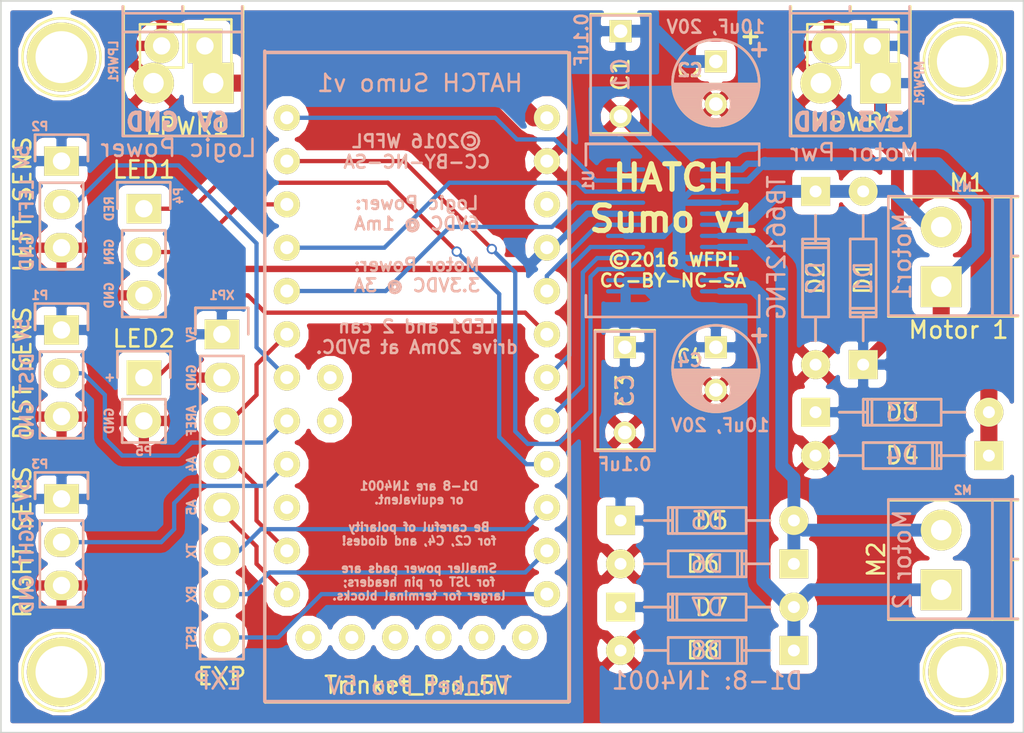
<source format=kicad_pcb>
(kicad_pcb (version 4) (host pcbnew 4.0.2-stable)
  (layers (0 F.Cu signal hide) (31 B.Cu signal) (34 B.Paste user hide) (35 F.Paste user hide) (36 B.SilkS user) (37 F.SilkS user hide) (38 B.Mask user hide) (39 F.Mask user hide) (44 Edge.Cuts user))
  (net 0 "")
  (net 1 V_MOTOR)
  (net 2 GND_LOGIC)
  (net 3 A02)
  (net 4 A01)
  (net 5 B02)
  (net 6 B01)
  (net 7 LED2)
  (net 8 PWMA)
  (net 9 PWMB)
  (net 10 AIN2)
  (net 11 AIN1)
  (net 12 "Net-(J1-Pad26)")
  (net 13 "Net-(J1-Pad27)")
  (net 14 V_BAT)
  (net 15 "Net-(J1-Pad15)")
  (net 16 V_LOGIC)
  (net 17 STBY)
  (net 18 LED1_GREEN)
  (net 19 LED1_RED)
  (net 20 BIN1)
  (net 21 BIN2)
  (net 22 "Net-(J1-Pad33)")
  (net 23 "Net-(J1-Pad32)")
  (net 24 "Net-(J1-Pad31)")
  (net 25 "Net-(J1-Pad30)")
  (net 26 "Net-(J1-Pad29)")
  (net 27 "Net-(J1-Pad28)")
  (net 28 SENS_DIST)
  (net 29 SENS_LEFT)
  (net 30 SENS_RIGHT)
  (net 31 AREF)
  (net 32 A4)
  (net 33 A5)
  (net 34 TX)
  (net 35 RX)
  (net 36 RST)
  (net 37 "Net-(J1-Pad23)")
  (module Capacitors_ThroughHole:C_Rect_L7_W3.5_P5 (layer B.Cu) (at 147.828 122.174 90)
    (fp_text reference C3 (at 2.54 0 90) (layer B.SilkS) (effects (justify mirror)))
    (fp_text value 0.1uF (at -1.778 0 180) (layer B.SilkS) (effects (font (size 0.75 0.75)) (justify mirror)))
  )
  (module Capacitors_ThroughHole:C_Rect_L7_W3.5_P5 (layer B.Cu) (at 147.574 103.632 90)
    (fp_text reference C1 (at 2.54 0 90) (layer B.SilkS) (effects (justify mirror)))
    (fp_text value 0.1uF (at 4.572 -2.286 90) (layer B.SilkS) (effects (font (size 0.75 0.75)) (justify mirror)))
  )
  (module Diodes_ThroughHole:Diode_DO-35_SOD27_Horizontal_RM10 (layer B.Cu) (at 157.734 129.794 180)
    (fp_text reference D6 (at 5.08 0 180) (layer B.SilkS) (effects (justify mirror)))
    (fp_text value "" (at 5.08 1.27 180) (layer B.SilkS) (effects (justify mirror)))
  )
  (module Pin_Headers:Pin_Header_Straight_1x08 (layer B.Cu) (at 124.206 116.332 180)
    (fp_text reference XP1 (at 0 2.286 180) (layer B.SilkS) (effects (font (size 0.5 0.5) (thickness 0.125)) (justify mirror)))
    (fp_text value EXP (at 0.254 -20.32 180) (layer B.SilkS) (effects (justify mirror)))
  )
  (module Pin_Headers:Pin_Header_Straight_1x03 (layer B.Cu) (at 119.634 108.966 180)
    (fp_text reference P4 (at -2.032 0.762 270) (layer B.SilkS) (effects (font (size 0.5 0.5) (thickness 0.125)) (justify mirror)))
    (fp_text value "" (at 0 2.286 180) (layer B.SilkS) (effects (justify mirror)))
  )
  (module Pin_Headers:Pin_Header_Straight_1x02 (layer B.Cu) (at 119.634 118.872 180)
    (fp_text reference P5 (at 0 -4.318 180) (layer B.SilkS) (effects (font (size 0.5 0.5) (thickness 0.125)) (justify mirror)))
    (fp_text value "")
  )
  (module Terminal_Blocks:TerminalBlock_Pheonix_PT-3.5mm_2pol (layer B.Cu) (at 166.37 127.762 270)
    (fp_text reference M2 (at -2.286 -1.27 360) (layer B.SilkS) (effects (font (size 0.5 0.5) (thickness 0.125)) (justify mirror)))
    (fp_text value "")
  )
  (module Terminal_Blocks:TerminalBlock_Pheonix_PT-3.5mm_2pol (layer B.Cu) (at 159.258 101.6)
    (fp_text reference MPWR1 (at 5.842 0 90) (layer B.SilkS) (effects (font (size 0.5 0.5) (thickness 0.125)) (justify mirror)))
    (fp_text value "Motor Power")
  )
  (module Terminal_Blocks:TerminalBlock_Pheonix_PT-3.5mm_2pol (layer B.Cu) (at 166.37 109.982 270)
    (fp_text reference M1 (at -2.286 -1.27 360) (layer B.SilkS) (effects (font (size 0.5 0.5) (thickness 0.125)) (justify mirror)))
    (fp_text value Motor1 (at 1.778 2.286 270) (layer B.SilkS) (effects (justify mirror)))
  )
  (module Terminal_Blocks:TerminalBlock_Pheonix_PT-3.5mm_2pol (layer B.Cu) (at 120.142 101.6)
    (fp_text reference LPWR1 (at -2.286 -1.27 90) (layer B.SilkS) (effects (font (size 0.5 0.5) (thickness 0.125)) (justify mirror)))
    (fp_text value "Logic Power")
  )
  (module Pin_Headers:Pin_Header_Straight_1x03 (layer B.Cu) (at 114.808 125.984 180)
    (fp_text reference P3 (at 1.27 2.032 180) (layer B.SilkS) (effects (font (size 0.5 0.5) (thickness 0.125)) (justify mirror)))
    (fp_text value "" (at -2.286 -2.54 270) (layer B.SilkS) (effects (justify mirror)))
  )
  (module Pin_Headers:Pin_Header_Straight_1x03 (layer B.Cu) (at 114.808 116.078 180)
    (fp_text reference P1 (at 1.27 2.032 180) (layer B.SilkS) (effects (font (size 0.5 0.5) (thickness 0.125)) (justify mirror)))
    (fp_text value "" (at -2.286 -2.54 270) (layer B.SilkS) (effects (justify mirror)))
  )
  (module Pin_Headers:Pin_Header_Straight_1x03 (layer B.Cu) (at 114.808 106.172 180)
    (fp_text reference P2 (at 1.27 2.032 180) (layer B.SilkS) (effects (font (size 0.5 0.5) (thickness 0.125)) (justify mirror)))
    (fp_text value "" (at -2.286 -2.54 270) (layer B.SilkS) (effects (justify mirror)))
  )
  (module Capacitors_ThroughHole:C_Radial_D5_L6_P2.5 (layer B.Cu) (at 153.162 100.33 270)
    (fp_text reference C2 (at 0.508 1.524 360) (layer B.SilkS) (effects (font (size 0.75 0.75)) (justify mirror)))
    (fp_text value "10uF, 20V" (at -2.032 0 360) (layer B.SilkS) (effects (font (size 0.75 0.75)) (justify mirror)))
  )
  (module Capacitors_ThroughHole:C_Radial_D5_L6_P2.5 (layer B.Cu) (at 153.162 117.094 270)
    (fp_text reference C4 (at 0.762 1.524 360) (layer B.SilkS) (effects (font (size 0.75 0.75)) (justify mirror)))
    (fp_text value "10uF, 20V" (at 4.572 -0.254 360) (layer B.SilkS) (effects (font (size 0.75 0.75)) (justify mirror)))
  )
  (module Diodes_ThroughHole:Diode_DO-35_SOD27_Horizontal_RM10 (layer B.Cu) (at 157.734 134.874 180)
    (fp_text reference D8 (at 5.08 0 180) (layer B.SilkS) (effects (justify mirror)))
    (fp_text value "D1-8: 1N4001" (at 5.08 -1.778 180) (layer B.SilkS) (effects (justify mirror)))
  )
  (module Diodes_ThroughHole:Diode_DO-35_SOD27_Horizontal_RM10 (layer B.Cu) (at 147.574 132.334)
    (fp_text reference D7 (at 5.08 0) (layer B.SilkS) (effects (justify mirror)))
    (fp_text value "" (at 5.08 -1.27) (layer B.SilkS) (effects (justify mirror)))
  )
  (module Diodes_ThroughHole:Diode_DO-35_SOD27_Horizontal_RM10 (layer B.Cu) (at 147.574 127.254)
    (fp_text reference D5 (at 5.08 0) (layer B.SilkS) (effects (justify mirror)))
    (fp_text value "" (at 5.08 -1.27) (layer B.SilkS) (effects (justify mirror)))
  )
  (module Diodes_ThroughHole:Diode_DO-35_SOD27_Horizontal_RM10 (layer B.Cu) (at 169.164 123.444 180)
    (fp_text reference D4 (at 5.08 0 180) (layer B.SilkS) (effects (justify mirror)))
    (fp_text value "" (at 5.08 -1.27 180) (layer B.SilkS) (effects (justify mirror)))
  )
  (module Diodes_ThroughHole:Diode_DO-35_SOD27_Horizontal_RM10 (layer B.Cu) (at 159.004 120.904)
    (fp_text reference D3 (at 5.08 0) (layer B.SilkS) (effects (justify mirror)))
    (fp_text value "" (at 5.08 1.27) (layer B.SilkS) (effects (justify mirror)))
  )
  (module Diodes_ThroughHole:Diode_DO-35_SOD27_Horizontal_RM10 (layer B.Cu) (at 161.798 118.11 90)
    (fp_text reference D1 (at 5.08 0 90) (layer B.SilkS) (effects (justify mirror)))
    (fp_text value "" (at 5.08 1.27 90) (layer B.SilkS) (effects (justify mirror)))
  )
  (module Diodes_ThroughHole:Diode_DO-35_SOD27_Horizontal_RM10 (layer B.Cu) (at 159.004 107.95 270)
    (fp_text reference D2 (at 5.08 0 270) (layer B.SilkS) (effects (justify mirror)))
    (fp_text value "" (at 5.08 -1.27 270) (layer B.SilkS) (effects (justify mirror)))
  )
  (module Connect:1pin (layer F.Cu) (at 114.808 136.144)
    (fp_text reference "" (at 0 -3.048) (layer F.SilkS))
    (fp_text value "")
    (pad "" thru_hole circle (at 0 0) (size 4.064 4.064) (drill 3.048) (layers *.Cu *.Mask F.SilkS))
  )
  (module Connect:1pin (layer F.Cu) (at 167.64 136.144)
    (fp_text reference REF** hide)
    (fp_text value 1pin hide)
    (pad "" thru_hole circle (at 0 0) (size 4.064 4.064) (drill 3.048) (layers *.Cu *.Mask F.SilkS))
  )
  (module Connect:1pin (layer F.Cu) (at 114.808 100.076)
    (fp_text reference "" (at 0 -3.048) (layer F.SilkS))
    (fp_text value "")
    (pad "" thru_hole circle (at 0 0) (size 4.064 4.064) (drill 3.048) (layers *.Cu *.Mask F.SilkS))
  )
  (module Diodes_ThroughHole:Diode_DO-35_SOD27_Horizontal_RM10 (layer F.Cu) (at 161.798 118.11 90)
    (fp_text reference D1 (at 5.08 0 90) (layer F.SilkS))
    (fp_text value "")
    (pad 2 thru_hole circle (at 10.16052 -0.00254 270) (size 1.69926 1.69926) (drill 0.70104) (layers *.Cu *.Mask F.SilkS) (net 3 A02))
    (pad 1 thru_hole rect (at 0.00052 -0.00254 270) (size 1.69926 1.69926) (drill 0.70104) (layers *.Cu *.Mask F.SilkS) (net 1 V_MOTOR))
  )
  (module Diodes_ThroughHole:Diode_DO-35_SOD27_Horizontal_RM10 (layer F.Cu) (at 159.004 107.95 270)
    (fp_text reference D2 (at 5.08 0 270) (layer F.SilkS))
    (fp_text value "")
    (pad 2 thru_hole circle (at 10.16052 -0.00254 90) (size 1.69926 1.69926) (drill 0.70104) (layers *.Cu *.Mask F.SilkS) (net 2 GND_LOGIC))
    (pad 1 thru_hole rect (at 0.00052 -0.00254 90) (size 1.69926 1.69926) (drill 0.70104) (layers *.Cu *.Mask F.SilkS) (net 3 A02))
  )
  (module Diodes_ThroughHole:Diode_DO-35_SOD27_Horizontal_RM10 (layer F.Cu) (at 159.004 120.904)
    (fp_text reference D3 (at 5.08 0) (layer F.SilkS))
    (fp_text value "" (at 5.334 1.27) (layer B.SilkS) (effects (justify mirror)))
    (pad 2 thru_hole circle (at 10.16052 -0.00254 180) (size 1.69926 1.69926) (drill 0.70104) (layers *.Cu *.Mask F.SilkS) (net 4 A01))
    (pad 1 thru_hole rect (at 0.00052 -0.00254 180) (size 1.69926 1.69926) (drill 0.70104) (layers *.Cu *.Mask F.SilkS) (net 1 V_MOTOR))
  )
  (module Diodes_ThroughHole:Diode_DO-35_SOD27_Horizontal_RM10 (layer F.Cu) (at 169.164 123.444 180)
    (fp_text reference D4 (at 5.08 0 180) (layer F.SilkS))
    (fp_text value "")
    (pad 2 thru_hole circle (at 10.16052 -0.00254) (size 1.69926 1.69926) (drill 0.70104) (layers *.Cu *.Mask F.SilkS) (net 2 GND_LOGIC))
    (pad 1 thru_hole rect (at 0.00052 -0.00254) (size 1.69926 1.69926) (drill 0.70104) (layers *.Cu *.Mask F.SilkS) (net 4 A01))
  )
  (module Diodes_ThroughHole:Diode_DO-35_SOD27_Horizontal_RM10 (layer F.Cu) (at 147.574 127.254)
    (fp_text reference D5 (at 5.334 0) (layer F.SilkS))
    (fp_text value "")
    (pad 2 thru_hole circle (at 10.16052 -0.00254 180) (size 1.69926 1.69926) (drill 0.70104) (layers *.Cu *.Mask F.SilkS) (net 5 B02))
    (pad 1 thru_hole rect (at 0.00052 -0.00254 180) (size 1.69926 1.69926) (drill 0.70104) (layers *.Cu *.Mask F.SilkS) (net 1 V_MOTOR))
  )
  (module Diodes_ThroughHole:Diode_DO-35_SOD27_Horizontal_RM10 (layer F.Cu) (at 157.734 129.794 180)
    (fp_text reference D6 (at 5.334 0 180) (layer F.SilkS))
    (fp_text value "")
    (pad 2 thru_hole circle (at 10.16052 -0.00254) (size 1.69926 1.69926) (drill 0.70104) (layers *.Cu *.Mask F.SilkS) (net 2 GND_LOGIC))
    (pad 1 thru_hole rect (at 0.00052 -0.00254) (size 1.69926 1.69926) (drill 0.70104) (layers *.Cu *.Mask F.SilkS) (net 5 B02))
  )
  (module Diodes_ThroughHole:Diode_DO-35_SOD27_Horizontal_RM10 (layer F.Cu) (at 147.574 132.334)
    (fp_text reference D7 (at 5.334 0) (layer F.SilkS))
    (fp_text value "")
    (pad 2 thru_hole circle (at 10.16052 -0.00254 180) (size 1.69926 1.69926) (drill 0.70104) (layers *.Cu *.Mask F.SilkS) (net 6 B01))
    (pad 1 thru_hole rect (at 0.00052 -0.00254 180) (size 1.69926 1.69926) (drill 0.70104) (layers *.Cu *.Mask F.SilkS) (net 1 V_MOTOR))
  )
  (module Diodes_ThroughHole:Diode_DO-35_SOD27_Horizontal_RM10 (layer F.Cu) (at 157.734 134.874 180)
    (fp_text reference D8 (at 5.334 0 180) (layer F.SilkS))
    (fp_text value "")
    (pad 2 thru_hole circle (at 10.16052 -0.00254) (size 1.69926 1.69926) (drill 0.70104) (layers *.Cu *.Mask F.SilkS) (net 2 GND_LOGIC))
    (pad 1 thru_hole rect (at 0.00052 -0.00254) (size 1.69926 1.69926) (drill 0.70104) (layers *.Cu *.Mask F.SilkS) (net 6 B01))
  )
  (module HatchFootprints:Trinket_Pro_5V (layer F.Cu) (at 126.746 99.822)
    (fp_text reference J1 hide)
    (fp_text value Trinket_Pro_5V (at 8.89 37.084) (layer F.SilkS))
    (pad 9 thru_hole circle (at 1.27 3.81) (size 1.524 1.524) (drill 0.762) (layers *.Cu *.Mask F.SilkS) (net 8 PWMA))
    (pad 10 thru_hole circle (at 1.27 6.35) (size 1.524 1.524) (drill 0.762) (layers *.Cu *.Mask F.SilkS) (net 9 PWMB))
    (pad 11 thru_hole circle (at 1.27 8.89) (size 1.524 1.524) (drill 0.762) (layers *.Cu *.Mask F.SilkS) (net 18 LED1_GREEN))
    (pad 12 thru_hole circle (at 1.27 11.43) (size 1.524 1.524) (drill 0.762) (layers *.Cu *.Mask F.SilkS) (net 10 AIN2))
    (pad 13 thru_hole circle (at 1.27 13.97) (size 1.524 1.524) (drill 0.762) (layers *.Cu *.Mask F.SilkS) (net 11 AIN1))
    (pad 19 thru_hole circle (at 1.27 16.51) (size 1.524 1.524) (drill 0.762) (layers *.Cu *.Mask F.SilkS) (net 31 AREF))
    (pad 20 thru_hole circle (at 1.27 19.05) (size 1.524 1.524) (drill 0.762) (layers *.Cu *.Mask F.SilkS) (net 29 SENS_LEFT))
    (pad 21 thru_hole circle (at 1.27 21.59) (size 1.524 1.524) (drill 0.762) (layers *.Cu *.Mask F.SilkS) (net 28 SENS_DIST))
    (pad 22 thru_hole circle (at 1.27 24.13) (size 1.524 1.524) (drill 0.762) (layers *.Cu *.Mask F.SilkS) (net 30 SENS_RIGHT))
    (pad 23 thru_hole circle (at 1.27 26.67) (size 1.524 1.524) (drill 0.762) (layers *.Cu *.Mask F.SilkS) (net 37 "Net-(J1-Pad23)"))
    (pad 24 thru_hole circle (at 1.27 29.21) (size 1.524 1.524) (drill 0.762) (layers *.Cu *.Mask F.SilkS) (net 32 A4))
    (pad 25 thru_hole circle (at 1.27 31.75) (size 1.524 1.524) (drill 0.762) (layers *.Cu *.Mask F.SilkS) (net 33 A5))
    (pad 26 thru_hole circle (at 3.81 19.05) (size 1.524 1.524) (drill 0.762) (layers *.Cu *.Mask F.SilkS) (net 12 "Net-(J1-Pad26)"))
    (pad 27 thru_hole circle (at 3.81 21.59) (size 1.524 1.524) (drill 0.762) (layers *.Cu *.Mask F.SilkS) (net 13 "Net-(J1-Pad27)"))
    (pad 17 thru_hole circle (at 16.51 3.81) (size 1.524 1.524) (drill 0.762) (layers *.Cu *.Mask F.SilkS) (net 14 V_BAT))
    (pad 16 thru_hole circle (at 16.51 6.35) (size 1.524 1.524) (drill 0.762) (layers *.Cu *.Mask F.SilkS) (net 2 GND_LOGIC))
    (pad 15 thru_hole circle (at 16.51 8.89) (size 1.524 1.524) (drill 0.762) (layers *.Cu *.Mask F.SilkS) (net 15 "Net-(J1-Pad15)"))
    (pad 14 thru_hole circle (at 16.51 11.43) (size 1.524 1.524) (drill 0.762) (layers *.Cu *.Mask F.SilkS) (net 16 V_LOGIC))
    (pad 8 thru_hole circle (at 16.51 13.97) (size 1.524 1.524) (drill 0.762) (layers *.Cu *.Mask F.SilkS) (net 17 STBY))
    (pad 6 thru_hole circle (at 16.51 16.51) (size 1.524 1.524) (drill 0.762) (layers *.Cu *.Mask F.SilkS) (net 7 LED2))
    (pad 5 thru_hole circle (at 16.51 19.05) (size 1.524 1.524) (drill 0.762) (layers *.Cu *.Mask F.SilkS) (net 20 BIN1))
    (pad 4 thru_hole circle (at 16.51 21.59) (size 1.524 1.524) (drill 0.762) (layers *.Cu *.Mask F.SilkS) (net 21 BIN2))
    (pad 3 thru_hole circle (at 16.51 24.13) (size 1.524 1.524) (drill 0.762) (layers *.Cu *.Mask F.SilkS) (net 19 LED1_RED))
    (pad 35 thru_hole circle (at 16.51 26.67) (size 1.524 1.524) (drill 0.762) (layers *.Cu *.Mask F.SilkS) (net 34 TX))
    (pad 34 thru_hole circle (at 16.51 29.21) (size 1.524 1.524) (drill 0.762) (layers *.Cu *.Mask F.SilkS) (net 35 RX))
    (pad 1 thru_hole circle (at 16.51 31.75) (size 1.524 1.524) (drill 0.762) (layers *.Cu *.Mask F.SilkS) (net 36 RST))
    (pad 33 thru_hole circle (at 15.24 34.29) (size 1.524 1.524) (drill 0.762) (layers *.Cu *.Mask F.SilkS) (net 22 "Net-(J1-Pad33)"))
    (pad 32 thru_hole circle (at 12.7 34.29) (size 1.524 1.524) (drill 0.762) (layers *.Cu *.Mask F.SilkS) (net 23 "Net-(J1-Pad32)"))
    (pad 31 thru_hole circle (at 10.16 34.29) (size 1.524 1.524) (drill 0.762) (layers *.Cu *.Mask F.SilkS) (net 24 "Net-(J1-Pad31)"))
    (pad 30 thru_hole circle (at 7.62 34.29) (size 1.524 1.524) (drill 0.762) (layers *.Cu *.Mask F.SilkS) (net 25 "Net-(J1-Pad30)"))
    (pad 29 thru_hole circle (at 5.08 34.29) (size 1.524 1.524) (drill 0.762) (layers *.Cu *.Mask F.SilkS) (net 26 "Net-(J1-Pad29)"))
    (pad 28 thru_hole circle (at 2.54 34.29) (size 1.524 1.524) (drill 0.762) (layers *.Cu *.Mask F.SilkS) (net 27 "Net-(J1-Pad28)"))
  )
  (module Terminal_Blocks:TerminalBlock_Pheonix_PT-3.5mm_2pol (layer F.Cu) (at 123.698 101.6 180)
    (fp_text reference LPWR1 (at 1.524 -2.54 180) (layer F.SilkS))
    (fp_text value "Logic Power" (at 2.032 -3.81 360) (layer B.SilkS) (effects (justify mirror)))
    (pad 2 thru_hole circle (at 3.5 0 180) (size 2.4 2.4) (drill 1.2) (layers *.Cu *.Mask F.SilkS) (net 2 GND_LOGIC))
    (pad 1 thru_hole rect (at 0 0 180) (size 2.4 2.4) (drill 1.2) (layers *.Cu *.Mask F.SilkS) (net 14 V_BAT))
  )
  (module Terminal_Blocks:TerminalBlock_Pheonix_PT-3.5mm_2pol (layer F.Cu) (at 166.37 113.538 90)
    (fp_text reference M1 (at 6.096 1.524 180) (layer F.SilkS))
    (fp_text value "Motor 1" (at -2.54 1.016 180) (layer F.SilkS))
    (pad 2 thru_hole circle (at 3.5 0 90) (size 2.4 2.4) (drill 1.2) (layers *.Cu *.Mask F.SilkS) (net 3 A02))
    (pad 1 thru_hole rect (at 0 0 90) (size 2.4 2.4) (drill 1.2) (layers *.Cu *.Mask F.SilkS) (net 4 A01))
  )
  (module Terminal_Blocks:TerminalBlock_Pheonix_PT-3.5mm_2pol (layer F.Cu) (at 166.37 131.318 90)
    (fp_text reference M2 (at 1.778 -3.81 90) (layer F.SilkS))
    (fp_text value "Motor 2" (at 1.778 -2.286 90) (layer B.SilkS) (effects (justify mirror)))
    (pad 2 thru_hole circle (at 3.5 0 90) (size 2.4 2.4) (drill 1.2) (layers *.Cu *.Mask F.SilkS) (net 5 B02))
    (pad 1 thru_hole rect (at 0 0 90) (size 2.4 2.4) (drill 1.2) (layers *.Cu *.Mask F.SilkS) (net 6 B01))
  )
  (module Terminal_Blocks:TerminalBlock_Pheonix_PT-3.5mm_2pol (layer F.Cu) (at 162.814 101.6 180)
    (fp_text reference MPWR1 (at 1.524 -2.286 180) (layer F.SilkS))
    (fp_text value "Motor Pwr" (at 1.524 -4.064 360) (layer B.SilkS) (effects (justify mirror)))
    (pad 2 thru_hole circle (at 3.5 0 180) (size 2.4 2.4) (drill 1.2) (layers *.Cu *.Mask F.SilkS) (net 2 GND_LOGIC))
    (pad 1 thru_hole rect (at 0 0 180) (size 2.4 2.4) (drill 1.2) (layers *.Cu *.Mask F.SilkS) (net 1 V_MOTOR))
  )
  (module Pin_Headers:Pin_Header_Straight_1x03 (layer F.Cu) (at 114.808 116.078)
    (fp_text reference "" (at 0.254 7.112) (layer F.SilkS))
    (fp_text value "DIST SENS" (at -2.286 2.54 90) (layer F.SilkS))
    (pad 1 thru_hole rect (at 0 0) (size 2.032 1.7272) (drill 1.016) (layers *.Cu *.Mask F.SilkS) (net 16 V_LOGIC))
    (pad 2 thru_hole oval (at 0 2.54) (size 2.032 1.7272) (drill 1.016) (layers *.Cu *.Mask F.SilkS) (net 28 SENS_DIST))
    (pad 3 thru_hole oval (at 0 5.08) (size 2.032 1.7272) (drill 1.016) (layers *.Cu *.Mask F.SilkS) (net 2 GND_LOGIC))
  )
  (module Pin_Headers:Pin_Header_Straight_1x03 (layer F.Cu) (at 114.808 106.172)
    (fp_text reference "" (at 1.27 -2.032) (layer B.SilkS) (effects (font (size 0.5 0.5) (thickness 0.125)) (justify mirror)))
    (fp_text value "LEFT SENS" (at -2.286 2.54 90) (layer F.SilkS))
    (pad 1 thru_hole rect (at 0 0) (size 2.032 1.7272) (drill 1.016) (layers *.Cu *.Mask F.SilkS) (net 16 V_LOGIC))
    (pad 2 thru_hole oval (at 0 2.54) (size 2.032 1.7272) (drill 1.016) (layers *.Cu *.Mask F.SilkS) (net 29 SENS_LEFT))
    (pad 3 thru_hole oval (at 0 5.08) (size 2.032 1.7272) (drill 1.016) (layers *.Cu *.Mask F.SilkS) (net 2 GND_LOGIC))
  )
  (module Pin_Headers:Pin_Header_Straight_1x03 (layer F.Cu) (at 114.808 125.984)
    (fp_text reference "" (at 2.54 6.604) (layer F.SilkS))
    (fp_text value "RIGHT SENS" (at -2.286 2.54 90) (layer F.SilkS))
    (pad 1 thru_hole rect (at 0 0) (size 2.032 1.7272) (drill 1.016) (layers *.Cu *.Mask F.SilkS) (net 16 V_LOGIC))
    (pad 2 thru_hole oval (at 0 2.54) (size 2.032 1.7272) (drill 1.016) (layers *.Cu *.Mask F.SilkS) (net 30 SENS_RIGHT))
    (pad 3 thru_hole oval (at 0 5.08) (size 2.032 1.7272) (drill 1.016) (layers *.Cu *.Mask F.SilkS) (net 2 GND_LOGIC))
  )
  (module Pin_Headers:Pin_Header_Straight_1x03 (layer F.Cu) (at 119.634 108.966)
    (fp_text reference "" (at 2.54 0.254) (layer F.SilkS) (effects (font (size 0.5 0.5) (thickness 0.125))))
    (fp_text value LED1 (at 0 -2.286) (layer F.SilkS))
    (pad 1 thru_hole rect (at 0 0) (size 2.032 1.7272) (drill 1.016) (layers *.Cu *.Mask F.SilkS) (net 19 LED1_RED))
    (pad 2 thru_hole oval (at 0 2.54) (size 2.032 1.7272) (drill 1.016) (layers *.Cu *.Mask F.SilkS) (net 18 LED1_GREEN))
    (pad 3 thru_hole oval (at 0 5.08) (size 2.032 1.7272) (drill 1.016) (layers *.Cu *.Mask F.SilkS) (net 2 GND_LOGIC))
  )
  (module Pin_Headers:Pin_Header_Straight_1x02 (layer F.Cu) (at 119.634 118.872)
    (fp_text reference "" (at 0.254 6.35) (layer F.SilkS))
    (fp_text value LED2 (at 0 -2.286) (layer F.SilkS))
    (pad 1 thru_hole rect (at 0 0) (size 2.032 2.032) (drill 1.016) (layers *.Cu *.Mask F.SilkS) (net 7 LED2))
    (pad 2 thru_hole oval (at 0 2.54) (size 2.032 2.032) (drill 1.016) (layers *.Cu *.Mask F.SilkS) (net 2 GND_LOGIC))
  )
  (module HatchFootprints:TB6612FNG (layer B.Cu) (at 150.622 110.236 270)
    (fp_text reference U1 (at -2.921 4.9276 270) (layer B.SilkS) (effects (font (size 0.6 0.6)) (justify mirror)))
    (fp_text value TB6612FNG (at 1.016 -6.096 270) (layer B.SilkS) (effects (justify mirror)))
    (pad 24 smd oval (at -3.575 2.75 270) (size 0.25 2.3) (layers B.Cu B.Paste B.Mask) (net 1 V_MOTOR))
    (pad 1 smd rect (at -3.575 -2.75 270) (size 0.25 2.3) (layers B.Cu B.Paste B.Mask) (net 4 A01))
    (pad 23 smd oval (at -2.925 2.75 270) (size 0.25 2.3) (layers B.Cu B.Paste B.Mask) (net 8 PWMA))
    (pad 2 smd oval (at -2.925 -2.75 270) (size 0.25 2.3) (layers B.Cu B.Paste B.Mask) (net 4 A01))
    (pad 22 smd oval (at -2.275 2.75 270) (size 0.25 2.3) (layers B.Cu B.Paste B.Mask) (net 10 AIN2))
    (pad 3 smd oval (at -2.275 -2.75 270) (size 0.25 2.3) (layers B.Cu B.Paste B.Mask) (net 2 GND_LOGIC))
    (pad 21 smd oval (at -1.625 2.75 270) (size 0.25 2.3) (layers B.Cu B.Paste B.Mask) (net 11 AIN1))
    (pad 4 smd oval (at -1.625 -2.75 270) (size 0.25 2.3) (layers B.Cu B.Paste B.Mask) (net 2 GND_LOGIC))
    (pad 20 smd oval (at -0.975 2.75 270) (size 0.25 2.3) (layers B.Cu B.Paste B.Mask) (net 16 V_LOGIC))
    (pad 5 smd oval (at -0.975 -2.75 270) (size 0.25 2.3) (layers B.Cu B.Paste B.Mask) (net 3 A02))
    (pad 19 smd oval (at -0.325 2.75 270) (size 0.25 2.3) (layers B.Cu B.Paste B.Mask) (net 17 STBY))
    (pad 6 smd oval (at -0.325 -2.75 270) (size 0.25 2.3) (layers B.Cu B.Paste B.Mask) (net 3 A02))
    (pad 18 smd oval (at 0.325 2.75 270) (size 0.25 2.3) (layers B.Cu B.Paste B.Mask) (net 2 GND_LOGIC))
    (pad 7 smd oval (at 0.325 -2.75 270) (size 0.25 2.3) (layers B.Cu B.Paste B.Mask) (net 5 B02))
    (pad 17 smd oval (at 0.975 2.75 270) (size 0.25 2.3) (layers B.Cu B.Paste B.Mask) (net 20 BIN1))
    (pad 8 smd oval (at 0.975 -2.75 270) (size 0.25 2.3) (layers B.Cu B.Paste B.Mask) (net 5 B02))
    (pad 16 smd oval (at 1.625 2.75 270) (size 0.25 2.3) (layers B.Cu B.Paste B.Mask) (net 21 BIN2))
    (pad 9 smd oval (at 1.625 -2.75 270) (size 0.25 2.3) (layers B.Cu B.Paste B.Mask) (net 2 GND_LOGIC))
    (pad 15 smd oval (at 2.275 2.75 270) (size 0.25 2.3) (layers B.Cu B.Paste B.Mask) (net 9 PWMB))
    (pad 10 smd oval (at 2.275 -2.75 270) (size 0.25 2.3) (layers B.Cu B.Paste B.Mask) (net 2 GND_LOGIC))
    (pad 14 smd oval (at 2.925 2.75 270) (size 0.25 2.3) (layers B.Cu B.Paste B.Mask) (net 1 V_MOTOR))
    (pad 11 smd oval (at 2.925 -2.75 270) (size 0.25 2.3) (layers B.Cu B.Paste B.Mask) (net 6 B01))
    (pad 13 smd oval (at 3.575 2.75 270) (size 0.25 2.3) (layers B.Cu B.Paste B.Mask) (net 1 V_MOTOR))
    (pad 12 smd oval (at 3.575 -2.75 270) (size 0.25 2.3) (layers B.Cu B.Paste B.Mask) (net 6 B01))
  )
  (module Capacitors_ThroughHole:C_Radial_D5_L6_P2.5 (layer F.Cu) (at 153.162 100.33 270)
    (fp_text reference C2 (at 0.508 1.524 360) (layer F.SilkS) (effects (font (size 0.75 0.75))))
    (fp_text value "")
    (pad 1 thru_hole rect (at 0 0 270) (size 1.3 1.3) (drill 0.8) (layers *.Cu *.Mask F.SilkS) (net 16 V_LOGIC))
    (pad 2 thru_hole circle (at 2.5 0 270) (size 1.3 1.3) (drill 0.8) (layers *.Cu *.Mask F.SilkS) (net 2 GND_LOGIC))
  )
  (module Capacitors_ThroughHole:C_Radial_D5_L6_P2.5 (layer F.Cu) (at 153.162 117.094 270)
    (fp_text reference C4 (at 0.508 1.524 360) (layer F.SilkS) (effects (font (size 0.75 0.75))))
    (fp_text value "")
    (pad 1 thru_hole rect (at 0 0 270) (size 1.3 1.3) (drill 0.8) (layers *.Cu *.Mask F.SilkS) (net 1 V_MOTOR))
    (pad 2 thru_hole circle (at 2.5 0 270) (size 1.3 1.3) (drill 0.8) (layers *.Cu *.Mask F.SilkS) (net 2 GND_LOGIC))
  )
  (module Capacitors_ThroughHole:C_Rect_L7_W3.5_P5 (layer F.Cu) (at 147.574 98.552 270)
    (fp_text reference C1 (at 2.54 0 270) (layer F.SilkS))
    (fp_text value "")
    (pad 1 thru_hole rect (at 0 0 270) (size 1.3 1.3) (drill 0.8) (layers *.Cu *.Mask F.SilkS) (net 16 V_LOGIC))
    (pad 2 thru_hole circle (at 5 0 270) (size 1.3 1.3) (drill 0.8) (layers *.Cu *.Mask F.SilkS) (net 2 GND_LOGIC))
  )
  (module Connect:1pin (layer F.Cu) (at 167.64 100.33)
    (fp_text reference "" (at 0 -3.048) (layer F.SilkS))
    (fp_text value "")
    (pad "" thru_hole circle (at 0 0) (size 4.064 4.064) (drill 3.048) (layers *.Cu *.Mask F.SilkS))
  )
  (module Pin_Headers:Pin_Header_Straight_1x08 (layer F.Cu) (at 124.206 116.332)
    (fp_text reference EXP (at 0 20.066) (layer F.SilkS))
    (fp_text value "")
    (pad 1 thru_hole rect (at 0 0) (size 2.032 1.7272) (drill 1.016) (layers *.Cu *.Mask F.SilkS) (net 16 V_LOGIC))
    (pad 2 thru_hole oval (at 0 2.54) (size 2.032 1.7272) (drill 1.016) (layers *.Cu *.Mask F.SilkS) (net 2 GND_LOGIC))
    (pad 3 thru_hole oval (at 0 5.08) (size 2.032 1.7272) (drill 1.016) (layers *.Cu *.Mask F.SilkS) (net 31 AREF))
    (pad 4 thru_hole oval (at 0 7.62) (size 2.032 1.7272) (drill 1.016) (layers *.Cu *.Mask F.SilkS) (net 32 A4))
    (pad 5 thru_hole oval (at 0 10.16) (size 2.032 1.7272) (drill 1.016) (layers *.Cu *.Mask F.SilkS) (net 33 A5))
    (pad 6 thru_hole oval (at 0 12.7) (size 2.032 1.7272) (drill 1.016) (layers *.Cu *.Mask F.SilkS) (net 34 TX))
    (pad 7 thru_hole oval (at 0 15.24) (size 2.032 1.7272) (drill 1.016) (layers *.Cu *.Mask F.SilkS) (net 35 RX))
    (pad 8 thru_hole oval (at 0 17.78) (size 2.032 1.7272) (drill 1.016) (layers *.Cu *.Mask F.SilkS) (net 36 RST))
  )
  (module Pin_Headers:Pin_Header_Straight_1x02 (layer F.Cu) (at 123.2154 99.4156 270)
    (fp_text reference "" (at 0 -5.1 270) (layer F.SilkS))
    (fp_text value "")
    (pad 1 thru_hole rect (at 0 0 270) (size 2.032 2.032) (drill 1.016) (layers *.Cu *.Mask F.SilkS) (net 14 V_BAT))
    (pad 2 thru_hole oval (at 0 2.54 270) (size 2.032 2.032) (drill 1.016) (layers *.Cu *.Mask F.SilkS) (net 2 GND_LOGIC))
  )
  (module Pin_Headers:Pin_Header_Straight_1x02 (layer F.Cu) (at 162.3314 99.4156 270)
    (fp_text reference "" (at 0 -5.1 270) (layer F.SilkS))
    (fp_text value "")
    (pad 1 thru_hole rect (at 0 0 270) (size 2.032 2.032) (drill 1.016) (layers *.Cu *.Mask F.SilkS) (net 1 V_MOTOR))
    (pad 2 thru_hole oval (at 0 2.54 270) (size 2.032 2.032) (drill 1.016) (layers *.Cu *.Mask F.SilkS) (net 2 GND_LOGIC))
  )
  (module Capacitors_ThroughHole:C_Rect_L7_W3.5_P5 (layer F.Cu) (at 147.828 117.094 270)
    (fp_text reference C3 (at 2.54 0 270) (layer F.SilkS))
    (fp_text value "")
    (pad 1 thru_hole rect (at 0 0 270) (size 1.3 1.3) (drill 0.8) (layers *.Cu *.Mask F.SilkS) (net 1 V_MOTOR))
    (pad 2 thru_hole circle (at 5 0 270) (size 1.3 1.3) (drill 0.8) (layers *.Cu *.Mask F.SilkS) (net 2 GND_LOGIC))
  )
  (gr_text "D1-8 are 1N4001\nor equivalent.\n\nBe careful of polarity\nfor C2, C4, and diodes!\n\nSmaller power pads are\nfor JST or pin headers;\nlarger for terminal blocks." (at 135.763 128.4478) (layer B.SilkS) (effects (font (size 0.5 0.5) (thickness 0.125)) (justify mirror)))
  (gr_text "©2016 WFPL\nCC-BY-NC-SA\n\nLogic Power:\n6VDC @ 1mA\n\nMotor Power:\n3.3VDC @ 3A\n\nLED1 and 2 can\ndrive 20mA at 5VDC." (at 135.636 111.0488) (layer B.SilkS) (effects (font (size 0.75 0.75)) (justify mirror)))
  (gr_text "HATCH Sumo v1\n" (at 135.8138 101.6) (layer B.SilkS) (effects (font (size 1 1)) (justify mirror)))
  (gr_text "©2016 WFPL\nCC-BY-NC-SA" (at 150.6474 112.5728) (layer F.SilkS) (effects (font (size 0.75 0.75))))
  (gr_text "HATCH\nSumo v1" (at 150.6982 108.3564) (layer F.SilkS) (effects (font (size 1.5 1.5) (thickness 0.3))))
  (gr_text "Trinket Pro 5V" (at 135.7884 136.9568) (layer B.SilkS) (effects (font (size 1 1)) (justify mirror)))
  (gr_line (start 144.5768 99.822) (end 144.5768 137.8712) (angle 90) (layer B.SilkS) (width 0.2))
  (gr_line (start 126.7206 99.7204) (end 126.7206 137.8712) (angle 90) (layer B.SilkS) (width 0.2))
  (gr_line (start 144.4498 137.8712) (end 126.7968 137.8712) (angle 90) (layer B.SilkS) (width 0.2))
  (gr_line (start 126.7206 99.7966) (end 144.4498 99.7966) (angle 90) (layer B.SilkS) (width 0.2))
  (gr_text + (at 155.702 116.332) (layer B.SilkS) (effects (font (size 1 1) (thickness 0.1875))))
  (gr_text + (at 155.702 99.568) (layer B.SilkS) (effects (font (size 1 1) (thickness 0.1875))))
  (gr_text + (at 155.702 116.332) (layer F.SilkS) (effects (font (size 1 1) (thickness 0.1875)) (justify mirror)))
  (gr_text + (at 155.194 98.806) (layer F.SilkS) (effects (font (size 1 1) (thickness 0.1875)) (justify mirror)))
  (gr_text RST (at 122.428 134.112 90) (layer B.SilkS) (effects (font (size 0.5 0.5) (thickness 0.125)) (justify mirror)))
  (gr_text RX (at 122.428 131.572 90) (layer B.SilkS) (effects (font (size 0.5 0.5) (thickness 0.125)) (justify mirror)))
  (gr_text TX (at 122.428 129.032 90) (layer B.SilkS) (effects (font (size 0.5 0.5) (thickness 0.125)) (justify mirror)))
  (gr_text A5 (at 122.428 126.492 90) (layer B.SilkS) (effects (font (size 0.5 0.5) (thickness 0.125)) (justify mirror)))
  (gr_text A4 (at 122.428 123.952 90) (layer B.SilkS) (effects (font (size 0.5 0.5) (thickness 0.125)) (justify mirror)))
  (gr_text AREF (at 122.428 121.412 90) (layer B.SilkS) (effects (font (size 0.5 0.5) (thickness 0.125)) (justify mirror)))
  (gr_text 5V (at 122.428 116.332 90) (layer B.SilkS) (effects (font (size 0.5 0.5) (thickness 0.125)) (justify mirror)))
  (gr_text GND (at 122.428 118.872 90) (layer B.SilkS) (effects (font (size 0.5 0.5) (thickness 0.125)) (justify mirror)))
  (gr_text + (at 117.602 118.872 90) (layer B.SilkS) (effects (font (size 0.5 0.5) (thickness 0.125)) (justify mirror)))
  (gr_text GND (at 117.602 121.412 90) (layer B.SilkS) (effects (font (size 0.5 0.5) (thickness 0.125)) (justify mirror)))
  (gr_text GND (at 117.602 114.046 90) (layer B.SilkS) (effects (font (size 0.5 0.5) (thickness 0.125)) (justify mirror)))
  (gr_text GRN (at 117.602 111.506 90) (layer B.SilkS) (effects (font (size 0.5 0.5) (thickness 0.125)) (justify mirror)))
  (gr_text RED (at 117.602 108.966 90) (layer B.SilkS) (effects (font (size 0.5 0.5) (thickness 0.125)) (justify mirror)))
  (gr_text 3v3 (at 162.814 103.886) (layer B.SilkS) (effects (font (size 1 1) (thickness 0.25)) (justify mirror)))
  (gr_text GND (at 159.258 103.886) (layer B.SilkS) (effects (font (size 1 1) (thickness 0.25)) (justify mirror)))
  (gr_text GND (at 120.142 103.886) (layer B.SilkS) (effects (font (size 1 1) (thickness 0.25)) (justify mirror)))
  (gr_text 6V (at 123.698 103.886) (layer B.SilkS) (effects (font (size 1 1) (thickness 0.25)) (justify mirror)))
  (gr_text GND (at 112.776 131.572 90) (layer B.SilkS) (effects (font (size 0.75 0.75)) (justify mirror)))
  (gr_text RIGHT (at 112.776 128.27 90) (layer B.SilkS) (effects (font (size 0.75 0.75)) (justify mirror)))
  (gr_text 5V (at 112.522 125.476 90) (layer B.SilkS) (effects (font (size 0.75 0.75)) (justify mirror)))
  (gr_text 5V (at 112.522 116.078 90) (layer B.SilkS) (effects (font (size 0.75 0.75)) (justify mirror)))
  (gr_text "DIST\n" (at 112.776 118.618 90) (layer B.SilkS) (effects (font (size 0.75 0.75)) (justify mirror)))
  (gr_text GND (at 112.776 121.412 90) (layer B.SilkS) (effects (font (size 0.75 0.75)) (justify mirror)))
  (gr_text GND (at 112.776 111.506 90) (layer B.SilkS) (effects (font (size 0.75 0.75)) (justify mirror)))
  (gr_text LEFT (at 112.776 108.458 90) (layer B.SilkS) (effects (font (size 0.75 0.75)) (justify mirror)))
  (gr_text 5V (at 112.522 105.918 90) (layer B.SilkS) (effects (font (size 0.75 0.75)) (justify mirror)))
  (gr_line (start 111.252 139.7) (end 111.252 96.774) (angle 90) (layer Edge.Cuts) (width 0.1))
  (gr_line (start 171.196 139.7) (end 111.252 139.7) (angle 90) (layer Edge.Cuts) (width 0.1))
  (gr_line (start 171.196 96.774) (end 171.196 139.7) (angle 90) (layer Edge.Cuts) (width 0.1))
  (gr_line (start 111.252 96.774) (end 171.196 96.774) (angle 90) (layer Edge.Cuts) (width 0.1))
  (segment (start 147.872 106.661) (end 147.872 105.708) (width 0.375) (layer B.Cu) (net 1))
  (segment (start 162.814 103.8352) (end 162.814 101.6) (width 0.375) (layer B.Cu) (net 1))
  (segment (start 161.9504 104.6988) (end 162.814 103.8352) (width 0.375) (layer B.Cu) (net 1))
  (segment (start 151.6634 104.6988) (end 161.9504 104.6988) (width 0.375) (layer B.Cu) (net 1))
  (segment (start 149.098 102.1334) (end 151.6634 104.6988) (width 0.375) (layer B.Cu) (net 1))
  (segment (start 146.8628 102.1334) (end 149.098 102.1334) (width 0.375) (layer B.Cu) (net 1))
  (segment (start 146.0246 102.9716) (end 146.8628 102.1334) (width 0.375) (layer B.Cu) (net 1))
  (segment (start 146.0246 104.4702) (end 146.0246 102.9716) (width 0.375) (layer B.Cu) (net 1))
  (segment (start 146.7612 105.2068) (end 146.0246 104.4702) (width 0.375) (layer B.Cu) (net 1))
  (segment (start 147.3708 105.2068) (end 146.7612 105.2068) (width 0.375) (layer B.Cu) (net 1))
  (segment (start 147.872 105.708) (end 147.3708 105.2068) (width 0.375) (layer B.Cu) (net 1))
  (segment (start 147.872 113.811) (end 149.0916 113.811) (width 0.375) (layer B.Cu) (net 1))
  (segment (start 149.0916 113.811) (end 149.9108 114.6302) (width 0.375) (layer B.Cu) (net 1))
  (segment (start 147.872 113.161) (end 149.4322 113.161) (width 0.375) (layer B.Cu) (net 1))
  (segment (start 149.4322 113.161) (end 149.9108 113.6396) (width 0.375) (layer B.Cu) (net 1))
  (segment (start 149.9108 113.6396) (end 149.9108 114.6302) (width 0.375) (layer B.Cu) (net 1))
  (segment (start 149.25294 127.25146) (end 147.57452 127.25146) (width 0.375) (layer B.Cu) (net 1))
  (segment (start 149.9108 114.6302) (end 149.9108 126.5936) (width 0.375) (layer B.Cu) (net 1))
  (segment (start 149.9108 126.5936) (end 149.25294 127.25146) (width 0.375) (layer B.Cu) (net 1))
  (segment (start 147.872 113.811) (end 147.872 113.161) (width 0.375) (layer B.Cu) (net 1))
  (segment (start 162.814 101.6) (end 162.814 104.9782) (width 0.75) (layer F.Cu) (net 1))
  (segment (start 163.8046 116.10034) (end 161.79546 118.10948) (width 0.75) (layer F.Cu) (net 1))
  (segment (start 163.8046 105.9688) (end 163.8046 116.10034) (width 0.75) (layer F.Cu) (net 1))
  (segment (start 162.814 104.9782) (end 163.8046 105.9688) (width 0.75) (layer F.Cu) (net 1))
  (segment (start 150.0938 110.561) (end 151.003 109.6518) (width 0.375) (layer B.Cu) (net 2))
  (segment (start 147.872 110.561) (end 150.0938 110.561) (width 0.375) (layer B.Cu) (net 2))
  (segment (start 151.003 109.6518) (end 151.003 108.6358) (width 0.75) (layer B.Cu) (net 2))
  (segment (start 151.003 112.1664) (end 151.13 112.1664) (width 0.375) (layer B.Cu) (net 2))
  (segment (start 151.4746 112.511) (end 153.372 112.511) (width 0.375) (layer B.Cu) (net 2))
  (segment (start 151.13 112.1664) (end 151.4746 112.511) (width 0.375) (layer B.Cu) (net 2))
  (segment (start 153.372 111.861) (end 151.3084 111.861) (width 0.375) (layer B.Cu) (net 2))
  (segment (start 151.003 112.1664) (end 151.003 109.6518) (width 0.75) (layer B.Cu) (net 2))
  (segment (start 151.3084 111.861) (end 151.003 112.1664) (width 0.375) (layer B.Cu) (net 2))
  (segment (start 153.372 108.611) (end 151.3084 108.611) (width 0.375) (layer B.Cu) (net 2))
  (segment (start 151.3084 108.611) (end 151.003 108.3056) (width 0.375) (layer B.Cu) (net 2))
  (segment (start 153.372 107.961) (end 151.6778 107.961) (width 0.375) (layer B.Cu) (net 2))
  (segment (start 151.6778 107.961) (end 151.003 108.6358) (width 0.375) (layer B.Cu) (net 2))
  (segment (start 147.574 103.552) (end 147.7988 103.552) (width 0.75) (layer B.Cu) (net 2))
  (segment (start 147.7988 103.552) (end 151.003 106.7562) (width 0.75) (layer B.Cu) (net 2))
  (segment (start 151.003 106.7562) (end 151.003 108.3056) (width 0.75) (layer B.Cu) (net 2))
  (segment (start 151.003 108.3056) (end 151.003 108.6358) (width 0.75) (layer B.Cu) (net 2))
  (segment (start 147.574 103.552) (end 147.574 103.6066) (width 0.75) (layer B.Cu) (net 2))
  (segment (start 153.372 109.911) (end 154.884 109.911) (width 0.375) (layer B.Cu) (net 3))
  (segment (start 154.884 109.911) (end 155.2448 109.5502) (width 0.375) (layer B.Cu) (net 3))
  (segment (start 153.372 109.261) (end 154.9556 109.261) (width 0.375) (layer B.Cu) (net 3))
  (segment (start 156.84448 107.95052) (end 155.2448 109.5502) (width 0.75) (layer B.Cu) (net 3))
  (segment (start 156.84448 107.95052) (end 159.00654 107.95052) (width 0.75) (layer B.Cu) (net 3))
  (segment (start 154.9556 109.261) (end 155.2448 109.5502) (width 0.375) (layer B.Cu) (net 3))
  (segment (start 166.37 110.038) (end 165.664 110.038) (width 0.75) (layer B.Cu) (net 3))
  (segment (start 165.664 110.038) (end 163.57548 107.94948) (width 0.75) (layer B.Cu) (net 3))
  (segment (start 163.57548 107.94948) (end 161.79546 107.94948) (width 0.75) (layer B.Cu) (net 3))
  (segment (start 161.79546 107.94948) (end 161.79442 107.95052) (width 0.75) (layer B.Cu) (net 3))
  (segment (start 161.79442 107.95052) (end 159.00654 107.95052) (width 0.75) (layer B.Cu) (net 3))
  (segment (start 166.37 113.538) (end 166.37 116.5352) (width 1) (layer F.Cu) (net 4))
  (segment (start 169.16452 119.32972) (end 169.16452 120.90146) (width 1) (layer F.Cu) (net 4))
  (segment (start 166.37 116.5352) (end 169.16452 119.32972) (width 1) (layer F.Cu) (net 4))
  (segment (start 169.16452 120.90146) (end 169.16452 123.4455) (width 1) (layer F.Cu) (net 4))
  (segment (start 169.16452 123.4455) (end 169.16348 123.44654) (width 1) (layer F.Cu) (net 4))
  (segment (start 169.16348 120.9025) (end 169.16452 120.90146) (width 1) (layer F.Cu) (net 4))
  (segment (start 169.16452 123.4455) (end 169.16348 123.44654) (width 0.75) (layer B.Cu) (net 4))
  (segment (start 153.372 107.311) (end 155.0456 107.311) (width 0.375) (layer B.Cu) (net 4))
  (segment (start 156.0576 106.299) (end 156.2608 106.299) (width 0.375) (layer B.Cu) (net 4))
  (segment (start 155.0456 107.311) (end 156.0576 106.299) (width 0.375) (layer B.Cu) (net 4))
  (segment (start 153.372 106.661) (end 154.6796 106.661) (width 0.375) (layer B.Cu) (net 4))
  (segment (start 155.0162 106.3244) (end 156.0576 106.3244) (width 0.375) (layer B.Cu) (net 4))
  (segment (start 154.6796 106.661) (end 155.0162 106.3244) (width 0.375) (layer B.Cu) (net 4))
  (segment (start 156.0576 106.3244) (end 156.083 106.299) (width 0.375) (layer B.Cu) (net 4))
  (segment (start 156.083 106.299) (end 156.2608 106.299) (width 0.375) (layer B.Cu) (net 4))
  (segment (start 156.2608 106.299) (end 156.2608 106.3244) (width 0.375) (layer B.Cu) (net 4))
  (segment (start 166.37 113.538) (end 166.37 113.5126) (width 0.75) (layer B.Cu) (net 4))
  (segment (start 166.37 113.5126) (end 168.529 111.3536) (width 0.75) (layer B.Cu) (net 4))
  (segment (start 168.529 111.3536) (end 168.529 108.6866) (width 0.75) (layer B.Cu) (net 4))
  (segment (start 168.529 108.6866) (end 166.1668 106.3244) (width 0.75) (layer B.Cu) (net 4))
  (segment (start 166.1668 106.3244) (end 156.2608 106.3244) (width 0.75) (layer B.Cu) (net 4))
  (segment (start 156.2608 106.3244) (end 156.0576 106.3244) (width 0.75) (layer B.Cu) (net 4))
  (segment (start 156.0576 106.3244) (end 156.0322 106.299) (width 0.75) (layer B.Cu) (net 4))
  (segment (start 157.73452 124.76532) (end 157.0228 124.0536) (width 0.75) (layer B.Cu) (net 5))
  (segment (start 157.0228 124.0536) (end 157.0228 112.5474) (width 0.75) (layer B.Cu) (net 5))
  (segment (start 157.73452 124.76532) (end 157.73452 127.25146) (width 0.75) (layer B.Cu) (net 5))
  (segment (start 153.372 111.211) (end 155.108 111.211) (width 0.375) (layer B.Cu) (net 5))
  (segment (start 155.108 111.211) (end 155.3972 110.9218) (width 0.375) (layer B.Cu) (net 5))
  (segment (start 153.372 110.561) (end 155.0364 110.561) (width 0.375) (layer B.Cu) (net 5))
  (segment (start 157.0228 112.5474) (end 155.3972 110.9218) (width 0.75) (layer B.Cu) (net 5))
  (segment (start 155.0364 110.561) (end 155.3972 110.9218) (width 0.375) (layer B.Cu) (net 5))
  (segment (start 157.73348 129.79654) (end 157.73348 127.2525) (width 0.75) (layer B.Cu) (net 5))
  (segment (start 157.73348 127.2525) (end 158.29898 127.818) (width 0.75) (layer B.Cu) (net 5))
  (segment (start 158.29898 127.818) (end 166.37 127.818) (width 0.75) (layer B.Cu) (net 5))
  (segment (start 153.372 113.811) (end 155.5432 113.811) (width 0.375) (layer B.Cu) (net 6))
  (segment (start 155.5432 113.811) (end 155.2956 113.5634) (width 0.375) (layer B.Cu) (net 6))
  (segment (start 153.372 113.161) (end 154.8932 113.161) (width 0.375) (layer B.Cu) (net 6))
  (segment (start 155.9052 114.173) (end 155.2956 113.5634) (width 0.75) (layer B.Cu) (net 6))
  (segment (start 155.9052 130.7846) (end 155.9052 114.173) (width 0.75) (layer B.Cu) (net 6))
  (segment (start 155.9052 130.7846) (end 157.45206 132.33146) (width 0.75) (layer B.Cu) (net 6))
  (segment (start 154.8932 113.161) (end 155.2956 113.5634) (width 0.375) (layer B.Cu) (net 6))
  (segment (start 157.73452 132.33146) (end 157.45206 132.33146) (width 0.75) (layer B.Cu) (net 6))
  (segment (start 157.73348 134.87654) (end 157.73348 132.3325) (width 0.75) (layer B.Cu) (net 6))
  (segment (start 157.73348 132.3325) (end 158.74798 131.318) (width 0.75) (layer B.Cu) (net 6))
  (segment (start 158.74798 131.318) (end 166.37 131.318) (width 0.75) (layer B.Cu) (net 6))
  (segment (start 119.634 118.872) (end 120.396 118.872) (width 0.25) (layer F.Cu) (net 7))
  (segment (start 120.396 118.872) (end 122.174 117.094) (width 0.25) (layer F.Cu) (net 7))
  (segment (start 122.174 117.094) (end 122.174 114.808) (width 0.25) (layer F.Cu) (net 7))
  (segment (start 122.174 114.808) (end 122.936 114.046) (width 0.25) (layer F.Cu) (net 7))
  (segment (start 122.936 114.046) (end 125.73 114.046) (width 0.25) (layer F.Cu) (net 7))
  (segment (start 125.73 114.046) (end 126.746 115.062) (width 0.25) (layer F.Cu) (net 7))
  (segment (start 126.746 115.062) (end 141.986 115.062) (width 0.25) (layer F.Cu) (net 7))
  (segment (start 141.986 115.062) (end 143.256 116.332) (width 0.25) (layer F.Cu) (net 7))
  (segment (start 128.016 103.632) (end 140.2334 103.632) (width 0.25) (layer B.Cu) (net 8))
  (segment (start 146.1222 107.311) (end 147.872 107.311) (width 0.25) (layer B.Cu) (net 8))
  (segment (start 143.7132 104.902) (end 146.1222 107.311) (width 0.25) (layer B.Cu) (net 8))
  (segment (start 141.5034 104.902) (end 143.7132 104.902) (width 0.25) (layer B.Cu) (net 8))
  (segment (start 140.2334 103.632) (end 141.5034 104.902) (width 0.25) (layer B.Cu) (net 8))
  (segment (start 128.016 106.172) (end 134.874 106.172) (width 0.25) (layer F.Cu) (net 9))
  (segment (start 146.2642 112.511) (end 147.872 112.511) (width 0.25) (layer B.Cu) (net 9))
  (segment (start 145.814202 112.960998) (end 146.2642 112.511) (width 0.25) (layer B.Cu) (net 9))
  (segment (start 145.814202 120.860398) (end 145.814202 112.960998) (width 0.25) (layer B.Cu) (net 9))
  (segment (start 143.9164 122.7582) (end 145.814202 120.860398) (width 0.25) (layer B.Cu) (net 9))
  (segment (start 142.1384 122.7582) (end 143.9164 122.7582) (width 0.25) (layer B.Cu) (net 9))
  (segment (start 141.4018 122.0216) (end 142.1384 122.7582) (width 0.25) (layer B.Cu) (net 9))
  (segment (start 141.4018 112.6998) (end 141.4018 122.0216) (width 0.25) (layer B.Cu) (net 9))
  (segment (start 140.0302 111.3282) (end 141.4018 112.6998) (width 0.25) (layer B.Cu) (net 9))
  (via (at 140.0302 111.3282) (size 0.6) (drill 0.4) (layers F.Cu B.Cu) (net 9))
  (segment (start 134.874 106.172) (end 140.0302 111.3282) (width 0.25) (layer F.Cu) (net 9))
  (segment (start 147.8102 112.5728) (end 147.872 112.511) (width 0.25) (layer B.Cu) (net 9))
  (segment (start 128.016 111.252) (end 133.731 111.252) (width 0.25) (layer B.Cu) (net 10))
  (segment (start 145.5276 107.961) (end 147.872 107.961) (width 0.25) (layer B.Cu) (net 10))
  (segment (start 145.0086 107.442) (end 145.5276 107.961) (width 0.25) (layer B.Cu) (net 10))
  (segment (start 137.541 107.442) (end 145.0086 107.442) (width 0.25) (layer B.Cu) (net 10))
  (segment (start 133.731 111.252) (end 137.541 107.442) (width 0.25) (layer B.Cu) (net 10))
  (segment (start 145.8462 108.611) (end 144.9838 108.611) (width 0.25) (layer B.Cu) (net 11))
  (segment (start 147.872 108.611) (end 145.8462 108.611) (width 0.25) (layer B.Cu) (net 11))
  (segment (start 143.562 110.0328) (end 143.51 110.0328) (width 0.25) (layer B.Cu) (net 11))
  (segment (start 144.9838 108.611) (end 143.562 110.0328) (width 0.25) (layer B.Cu) (net 11))
  (segment (start 128.016 113.792) (end 133.8072 113.792) (width 0.25) (layer B.Cu) (net 11))
  (segment (start 137.5664 110.0328) (end 143.51 110.0328) (width 0.25) (layer B.Cu) (net 11))
  (segment (start 133.8072 113.792) (end 137.5664 110.0328) (width 0.25) (layer B.Cu) (net 11))
  (segment (start 123.2154 99.6188) (end 123.2154 101.1174) (width 1) (layer F.Cu) (net 14))
  (segment (start 123.2154 101.1174) (end 123.698 101.6) (width 1) (layer F.Cu) (net 14))
  (segment (start 123.698 101.6) (end 140.462 101.6) (width 1) (layer F.Cu) (net 14))
  (segment (start 140.462 101.6) (end 142.494 103.632) (width 1) (layer F.Cu) (net 14))
  (segment (start 142.494 103.632) (end 143.256 103.632) (width 1) (layer F.Cu) (net 14))
  (segment (start 114.808 116.078) (end 120.5992 116.078) (width 0.375) (layer F.Cu) (net 16))
  (segment (start 142.0114 112.4966) (end 143.256 111.252) (width 0.375) (layer F.Cu) (net 16))
  (segment (start 123.3424 112.4966) (end 142.0114 112.4966) (width 0.375) (layer F.Cu) (net 16))
  (segment (start 121.3104 114.5286) (end 123.3424 112.4966) (width 0.375) (layer F.Cu) (net 16))
  (segment (start 121.3104 115.3668) (end 121.3104 114.5286) (width 0.375) (layer F.Cu) (net 16))
  (segment (start 120.5992 116.078) (end 121.3104 115.3668) (width 0.375) (layer F.Cu) (net 16))
  (segment (start 153.162 100.33) (end 151.4602 100.33) (width 0.75) (layer B.Cu) (net 16))
  (segment (start 149.6822 98.552) (end 147.574 98.552) (width 0.75) (layer B.Cu) (net 16))
  (segment (start 151.4602 100.33) (end 149.6822 98.552) (width 0.75) (layer B.Cu) (net 16))
  (segment (start 143.256 111.252) (end 143.637 111.252) (width 0.375) (layer B.Cu) (net 16))
  (segment (start 143.637 111.252) (end 145.628 109.261) (width 0.375) (layer B.Cu) (net 16))
  (segment (start 145.628 109.261) (end 147.872 109.261) (width 0.375) (layer B.Cu) (net 16))
  (segment (start 143.256 113.792) (end 143.256 112.903) (width 0.25) (layer B.Cu) (net 17))
  (segment (start 146.248 109.911) (end 147.872 109.911) (width 0.25) (layer B.Cu) (net 17))
  (segment (start 143.256 112.903) (end 146.248 109.911) (width 0.25) (layer B.Cu) (net 17))
  (segment (start 143.256 113.4872) (end 143.256 113.792) (width 0.25) (layer B.Cu) (net 17))
  (segment (start 143.256 113.792) (end 143.256 113.538) (width 0.25) (layer B.Cu) (net 17))
  (segment (start 119.634 111.506) (end 122.428 111.506) (width 0.25) (layer F.Cu) (net 18))
  (segment (start 125.222 108.712) (end 128.016 108.712) (width 0.25) (layer F.Cu) (net 18))
  (segment (start 122.428 111.506) (end 125.222 108.712) (width 0.25) (layer F.Cu) (net 18))
  (segment (start 119.634 108.966) (end 122.5042 108.966) (width 0.25) (layer F.Cu) (net 19))
  (segment (start 142.0622 123.952) (end 143.256 123.952) (width 0.25) (layer B.Cu) (net 19))
  (segment (start 140.462 122.3518) (end 142.0622 123.952) (width 0.25) (layer B.Cu) (net 19))
  (segment (start 140.462 113.9698) (end 140.462 122.3518) (width 0.25) (layer B.Cu) (net 19))
  (segment (start 137.9728 111.4806) (end 140.462 113.9698) (width 0.25) (layer B.Cu) (net 19))
  (via (at 137.9728 111.4806) (size 0.6) (drill 0.4) (layers F.Cu B.Cu) (net 19))
  (segment (start 133.9342 107.442) (end 137.9728 111.4806) (width 0.25) (layer F.Cu) (net 19))
  (segment (start 124.0282 107.442) (end 133.9342 107.442) (width 0.25) (layer F.Cu) (net 19))
  (segment (start 122.5042 108.966) (end 124.0282 107.442) (width 0.25) (layer F.Cu) (net 19))
  (segment (start 143.256 123.952) (end 143.256 123.444) (width 0.25) (layer B.Cu) (net 19))
  (segment (start 143.256 118.872) (end 144.5768 117.5512) (width 0.25) (layer B.Cu) (net 20))
  (segment (start 145.8116 111.211) (end 147.872 111.211) (width 0.25) (layer B.Cu) (net 20))
  (segment (start 144.5768 112.4458) (end 145.8116 111.211) (width 0.25) (layer B.Cu) (net 20))
  (segment (start 144.5768 117.5512) (end 144.5768 112.4458) (width 0.25) (layer B.Cu) (net 20))
  (segment (start 143.256 118.872) (end 143.256 118.5672) (width 0.25) (layer B.Cu) (net 20))
  (segment (start 143.256 121.412) (end 143.2814 121.412) (width 0.25) (layer B.Cu) (net 21))
  (segment (start 143.2814 121.412) (end 145.3642 119.3292) (width 0.25) (layer B.Cu) (net 21))
  (segment (start 146.203 111.861) (end 147.872 111.861) (width 0.25) (layer B.Cu) (net 21))
  (segment (start 145.3642 112.6998) (end 146.203 111.861) (width 0.25) (layer B.Cu) (net 21))
  (segment (start 145.3642 119.3292) (end 145.3642 112.6998) (width 0.25) (layer B.Cu) (net 21))
  (segment (start 143.256 121.412) (end 143.256 120.8278) (width 0.25) (layer B.Cu) (net 21))
  (segment (start 114.808 118.618) (end 116.078 118.618) (width 0.25) (layer B.Cu) (net 28))
  (segment (start 126.746 122.682) (end 128.016 121.412) (width 0.25) (layer B.Cu) (net 28))
  (segment (start 122.428 122.682) (end 126.746 122.682) (width 0.25) (layer B.Cu) (net 28))
  (segment (start 121.666 123.444) (end 122.428 122.682) (width 0.25) (layer B.Cu) (net 28))
  (segment (start 118.364 123.444) (end 121.666 123.444) (width 0.25) (layer B.Cu) (net 28))
  (segment (start 117.348 122.428) (end 118.364 123.444) (width 0.25) (layer B.Cu) (net 28))
  (segment (start 117.348 119.888) (end 117.348 122.428) (width 0.25) (layer B.Cu) (net 28))
  (segment (start 116.078 118.618) (end 117.348 119.888) (width 0.25) (layer B.Cu) (net 28))
  (segment (start 114.808 108.712) (end 115.57 108.712) (width 0.25) (layer B.Cu) (net 29))
  (segment (start 115.57 108.712) (end 117.856 106.426) (width 0.25) (layer B.Cu) (net 29))
  (segment (start 117.856 106.426) (end 121.666 106.426) (width 0.25) (layer B.Cu) (net 29))
  (segment (start 121.666 106.426) (end 126.238 110.998) (width 0.25) (layer B.Cu) (net 29))
  (segment (start 126.238 110.998) (end 126.238 117.094) (width 0.25) (layer B.Cu) (net 29))
  (segment (start 126.238 117.094) (end 128.016 118.872) (width 0.25) (layer B.Cu) (net 29))
  (segment (start 114.808 128.524) (end 120.65 128.524) (width 0.25) (layer B.Cu) (net 30))
  (segment (start 126.746 125.222) (end 128.016 123.952) (width 0.25) (layer B.Cu) (net 30))
  (segment (start 122.428 125.222) (end 126.746 125.222) (width 0.25) (layer B.Cu) (net 30))
  (segment (start 121.412 126.238) (end 122.428 125.222) (width 0.25) (layer B.Cu) (net 30))
  (segment (start 121.412 127.762) (end 121.412 126.238) (width 0.25) (layer B.Cu) (net 30))
  (segment (start 120.65 128.524) (end 121.412 127.762) (width 0.25) (layer B.Cu) (net 30))
  (segment (start 124.206 121.412) (end 124.714 121.412) (width 0.25) (layer F.Cu) (net 31))
  (segment (start 124.714 121.412) (end 126.238 119.888) (width 0.25) (layer F.Cu) (net 31))
  (segment (start 126.238 119.888) (end 126.238 118.11) (width 0.25) (layer F.Cu) (net 31))
  (segment (start 126.238 118.11) (end 128.016 116.332) (width 0.25) (layer F.Cu) (net 31))
  (segment (start 124.206 123.952) (end 124.968 123.952) (width 0.25) (layer F.Cu) (net 32))
  (segment (start 124.968 123.952) (end 126.238 125.222) (width 0.25) (layer F.Cu) (net 32))
  (segment (start 126.238 125.222) (end 126.238 127.254) (width 0.25) (layer F.Cu) (net 32))
  (segment (start 126.238 127.254) (end 128.016 129.032) (width 0.25) (layer F.Cu) (net 32))
  (segment (start 124.206 126.492) (end 124.206 126.746) (width 0.25) (layer F.Cu) (net 33))
  (segment (start 124.206 126.746) (end 126.238 128.778) (width 0.25) (layer F.Cu) (net 33))
  (segment (start 126.238 128.778) (end 126.238 129.794) (width 0.25) (layer F.Cu) (net 33))
  (segment (start 126.238 129.794) (end 128.016 131.572) (width 0.25) (layer F.Cu) (net 33))
  (segment (start 124.206 129.032) (end 125.222 129.032) (width 0.25) (layer B.Cu) (net 34))
  (segment (start 125.222 129.032) (end 126.492 127.762) (width 0.25) (layer B.Cu) (net 34))
  (segment (start 126.492 127.762) (end 141.986 127.762) (width 0.25) (layer B.Cu) (net 34))
  (segment (start 141.986 127.762) (end 143.256 126.492) (width 0.25) (layer B.Cu) (net 34))
  (segment (start 124.206 131.572) (end 125.73 131.572) (width 0.25) (layer B.Cu) (net 35))
  (segment (start 141.986 130.302) (end 143.256 129.032) (width 0.25) (layer B.Cu) (net 35))
  (segment (start 127 130.302) (end 141.986 130.302) (width 0.25) (layer B.Cu) (net 35))
  (segment (start 125.73 131.572) (end 127 130.302) (width 0.25) (layer B.Cu) (net 35))
  (segment (start 124.206 134.112) (end 126.746 134.112) (width 0.25) (layer B.Cu) (net 36))
  (segment (start 130.048 131.572) (end 143.256 131.572) (width 0.25) (layer B.Cu) (net 36))
  (segment (start 127.508 134.112) (end 130.048 131.572) (width 0.25) (layer B.Cu) (net 36))
  (segment (start 126.746 134.112) (end 127.508 134.112) (width 0.25) (layer B.Cu) (net 36))
  (zone (net 16) (net_name V_LOGIC) (layer B.Cu) (connect_pads (clearance 0.508)) (min_thickness 0.254) (fill yes (arc_segments 16) (thermal_gap 0.508) (thermal_bridge_width 0.6))
    (polygon (pts (xy 111.455322 97.02805) (xy 149.8346 97.0534) (xy 149.8346 101.092) (xy 144.7038 101.0666) (xy 145.0848 104.6734) (xy 145.415 139.1666) (xy 111.4552 139.446) (xy 111.3536 97.1296) (xy 111.379 97.028) (xy 111.404383 97.028017) (xy 111.4552 96.9772) (xy 111.455322 97.02805)))
  )
  (zone (net 1) (net_name V_MOTOR) (layer B.Cu) (connect_pads (clearance 0.508)) (min_thickness 0.254) (fill yes (arc_segments 16) (thermal_gap 0.508) (thermal_bridge_width 0.6))
    (polygon (pts (xy 170.942 97.0534) (xy 154.4066 96.9518) (xy 154.4574 101.7016) (xy 145.6944 101.8032) (xy 145.796 114.3) (xy 146.3294 115.1382) (xy 146.3548 139.573) (xy 171.069 139.4968) (xy 170.8912 97.0788)))
  )
  (zone (net 2) (net_name GND_LOGIC) (layer F.Cu) (connect_pads (clearance 0.508)) (min_thickness 0.254) (fill yes (arc_segments 16) (thermal_gap 0.508) (thermal_bridge_width 0.6))
    (polygon (pts (xy 170.942 139.4968) (xy 111.5822 139.3952) (xy 111.4806 97.028) (xy 171.0436 97.028) (xy 170.942 139.4968)))
  )
)
</source>
